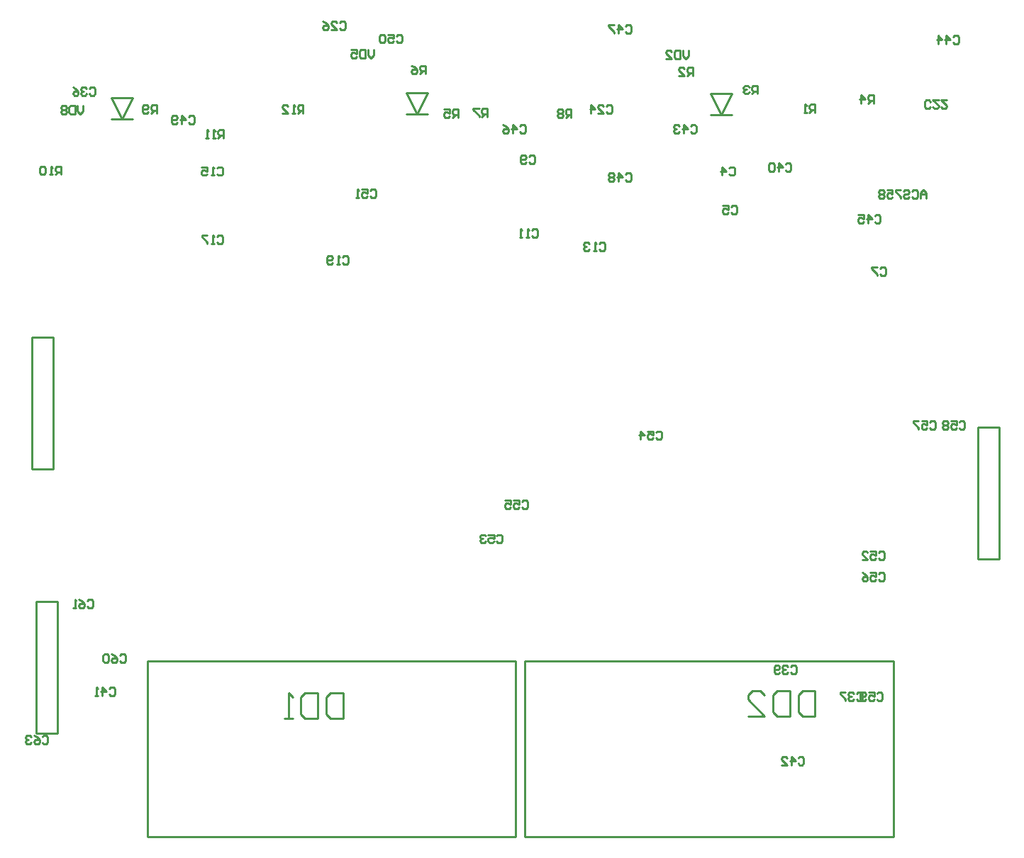
<source format=gbo>
G04 Layer_Color=32896*
%FSLAX23Y23*%
%MOIN*%
G70*
G01*
G75*
%ADD43C,0.010*%
D43*
X3604Y6090D02*
X3654Y6190D01*
X3554D02*
X3654D01*
X3554D02*
X3604Y6090D01*
X3554D02*
X3654D01*
X4990Y6114D02*
X5040Y6214D01*
X4940D02*
X5040D01*
X4940D02*
X4990Y6114D01*
X4940D02*
X5040D01*
X6419Y6110D02*
X6469Y6210D01*
X6369D02*
X6469D01*
X6369D02*
X6419Y6110D01*
X6369D02*
X6469D01*
X5496Y3543D02*
X7229D01*
X5496Y2716D02*
X7229D01*
X5496D02*
Y3543D01*
X7229Y2716D02*
Y3543D01*
X3721D02*
X5454D01*
X3721Y2716D02*
X5454D01*
X3721D02*
Y3543D01*
X5454Y2716D02*
Y3543D01*
X3180Y4445D02*
Y5065D01*
X3280Y4445D02*
Y5065D01*
X3180D02*
X3280D01*
X3180Y4445D02*
X3280D01*
X7625Y4020D02*
Y4640D01*
X7725Y4020D02*
Y4640D01*
X7625D02*
X7725D01*
X7625Y4020D02*
X7725D01*
X3200Y3200D02*
Y3820D01*
Y3200D02*
X3300D01*
X3200Y3820D02*
X3300D01*
Y3200D02*
Y3820D01*
X7538Y4664D02*
X7544Y4670D01*
X7557D01*
X7564Y4664D01*
Y4637D01*
X7557Y4631D01*
X7544D01*
X7538Y4637D01*
X7498Y4670D02*
X7525D01*
Y4651D01*
X7511Y4657D01*
X7505D01*
X7498Y4651D01*
Y4637D01*
X7505Y4631D01*
X7518D01*
X7525Y4637D01*
X7485Y4664D02*
X7479Y4670D01*
X7466D01*
X7459Y4664D01*
Y4657D01*
X7466Y4651D01*
X7459Y4644D01*
Y4637D01*
X7466Y4631D01*
X7479D01*
X7485Y4637D01*
Y4644D01*
X7479Y4651D01*
X7485Y4657D01*
Y4664D01*
X7479Y4651D02*
X7466D01*
X7400Y4664D02*
X7407Y4670D01*
X7420D01*
X7426Y4664D01*
Y4637D01*
X7420Y4631D01*
X7407D01*
X7400Y4637D01*
X7361Y4670D02*
X7387D01*
Y4651D01*
X7374Y4657D01*
X7367D01*
X7361Y4651D01*
Y4637D01*
X7367Y4631D01*
X7380D01*
X7387Y4637D01*
X7347Y4670D02*
X7321D01*
Y4664D01*
X7347Y4637D01*
Y4631D01*
X6721Y5879D02*
X6727Y5886D01*
X6740D01*
X6747Y5879D01*
Y5853D01*
X6740Y5846D01*
X6727D01*
X6721Y5853D01*
X6688Y5846D02*
Y5886D01*
X6708Y5866D01*
X6681D01*
X6668Y5879D02*
X6662Y5886D01*
X6649D01*
X6642Y5879D01*
Y5853D01*
X6649Y5846D01*
X6662D01*
X6668Y5853D01*
Y5879D01*
X3916Y6101D02*
X3922Y6107D01*
X3935D01*
X3942Y6101D01*
Y6074D01*
X3935Y6068D01*
X3922D01*
X3916Y6074D01*
X3883Y6068D02*
Y6107D01*
X3903Y6088D01*
X3876D01*
X3863Y6074D02*
X3857Y6068D01*
X3844D01*
X3837Y6074D01*
Y6101D01*
X3844Y6107D01*
X3857D01*
X3863Y6101D01*
Y6094D01*
X3857Y6088D01*
X3837D01*
X6275Y6059D02*
X6281Y6065D01*
X6294D01*
X6301Y6059D01*
Y6033D01*
X6294Y6026D01*
X6281D01*
X6275Y6033D01*
X6242Y6026D02*
Y6065D01*
X6262Y6046D01*
X6235D01*
X6222Y6059D02*
X6216Y6065D01*
X6203D01*
X6196Y6059D01*
Y6052D01*
X6203Y6046D01*
X6209D01*
X6203D01*
X6196Y6039D01*
Y6033D01*
X6203Y6026D01*
X6216D01*
X6222Y6033D01*
X7141Y5635D02*
X7147Y5641D01*
X7160D01*
X7167Y5635D01*
Y5609D01*
X7160Y5602D01*
X7147D01*
X7141Y5609D01*
X7108Y5602D02*
Y5641D01*
X7128Y5622D01*
X7101D01*
X7062Y5641D02*
X7088D01*
Y5622D01*
X7075Y5628D01*
X7069D01*
X7062Y5622D01*
Y5609D01*
X7069Y5602D01*
X7082D01*
X7088Y5609D01*
X5472Y6059D02*
X5478Y6065D01*
X5491D01*
X5498Y6059D01*
Y6033D01*
X5491Y6026D01*
X5478D01*
X5472Y6033D01*
X5439Y6026D02*
Y6065D01*
X5459Y6046D01*
X5432D01*
X5393Y6065D02*
X5406Y6059D01*
X5419Y6046D01*
Y6033D01*
X5413Y6026D01*
X5400D01*
X5393Y6033D01*
Y6039D01*
X5400Y6046D01*
X5419D01*
X5969Y5832D02*
X5975Y5838D01*
X5988D01*
X5995Y5832D01*
Y5806D01*
X5988Y5799D01*
X5975D01*
X5969Y5806D01*
X5936Y5799D02*
Y5838D01*
X5956Y5819D01*
X5929D01*
X5916Y5832D02*
X5910Y5838D01*
X5897D01*
X5890Y5832D01*
Y5825D01*
X5897Y5819D01*
X5890Y5812D01*
Y5806D01*
X5897Y5799D01*
X5910D01*
X5916Y5806D01*
Y5812D01*
X5910Y5819D01*
X5916Y5825D01*
Y5832D01*
X5910Y5819D02*
X5897D01*
X4769Y5754D02*
X4775Y5760D01*
X4788D01*
X4795Y5754D01*
Y5728D01*
X4788Y5721D01*
X4775D01*
X4769Y5728D01*
X4729Y5760D02*
X4756D01*
Y5741D01*
X4743Y5747D01*
X4736D01*
X4729Y5741D01*
Y5728D01*
X4736Y5721D01*
X4749D01*
X4756Y5728D01*
X4716Y5721D02*
X4703D01*
X4710D01*
Y5760D01*
X4716Y5754D01*
X4892Y6483D02*
X4898Y6489D01*
X4911D01*
X4918Y6483D01*
Y6457D01*
X4911Y6450D01*
X4898D01*
X4892Y6457D01*
X4852Y6489D02*
X4879D01*
Y6470D01*
X4866Y6476D01*
X4859D01*
X4852Y6470D01*
Y6457D01*
X4859Y6450D01*
X4872D01*
X4879Y6457D01*
X4839Y6483D02*
X4833Y6489D01*
X4820D01*
X4813Y6483D01*
Y6457D01*
X4820Y6450D01*
X4833D01*
X4839Y6457D01*
Y6483D01*
X5969Y6529D02*
X5975Y6535D01*
X5988D01*
X5995Y6529D01*
Y6503D01*
X5988Y6496D01*
X5975D01*
X5969Y6503D01*
X5936Y6496D02*
Y6535D01*
X5956Y6516D01*
X5929D01*
X5916Y6535D02*
X5890D01*
Y6529D01*
X5916Y6503D01*
Y6496D01*
X7510Y6479D02*
X7516Y6485D01*
X7529D01*
X7536Y6479D01*
Y6453D01*
X7529Y6446D01*
X7516D01*
X7510Y6453D01*
X7477Y6446D02*
Y6485D01*
X7497Y6466D01*
X7470D01*
X7438Y6446D02*
Y6485D01*
X7457Y6466D01*
X7431D01*
X7057Y3388D02*
X7063Y3394D01*
X7076D01*
X7083Y3388D01*
Y3362D01*
X7076Y3355D01*
X7063D01*
X7057Y3362D01*
X7044Y3388D02*
X7037Y3394D01*
X7024D01*
X7017Y3388D01*
Y3381D01*
X7024Y3375D01*
X7031D01*
X7024D01*
X7017Y3368D01*
Y3362D01*
X7024Y3355D01*
X7037D01*
X7044Y3362D01*
X7004Y3394D02*
X6978D01*
Y3388D01*
X7004Y3362D01*
Y3355D01*
X3450Y6236D02*
X3456Y6242D01*
X3469D01*
X3476Y6236D01*
Y6210D01*
X3469Y6203D01*
X3456D01*
X3450Y6210D01*
X3437Y6236D02*
X3430Y6242D01*
X3417D01*
X3410Y6236D01*
Y6229D01*
X3417Y6223D01*
X3424D01*
X3417D01*
X3410Y6216D01*
Y6210D01*
X3417Y6203D01*
X3430D01*
X3437Y6210D01*
X3371Y6242D02*
X3384Y6236D01*
X3397Y6223D01*
Y6210D01*
X3391Y6203D01*
X3378D01*
X3371Y6210D01*
Y6216D01*
X3378Y6223D01*
X3397D01*
X6747Y3514D02*
X6753Y3520D01*
X6766D01*
X6773Y3514D01*
Y3488D01*
X6766Y3481D01*
X6753D01*
X6747Y3488D01*
X6734Y3514D02*
X6727Y3520D01*
X6714D01*
X6707Y3514D01*
Y3507D01*
X6714Y3501D01*
X6721D01*
X6714D01*
X6707Y3494D01*
Y3488D01*
X6714Y3481D01*
X6727D01*
X6734Y3488D01*
X6694D02*
X6688Y3481D01*
X6675D01*
X6668Y3488D01*
Y3514D01*
X6675Y3520D01*
X6688D01*
X6694Y3514D01*
Y3507D01*
X6688Y3501D01*
X6668D01*
X6781Y3086D02*
X6787Y3092D01*
X6800D01*
X6807Y3086D01*
Y3060D01*
X6800Y3053D01*
X6787D01*
X6781Y3060D01*
X6748Y3053D02*
Y3092D01*
X6768Y3073D01*
X6741D01*
X6702Y3053D02*
X6728D01*
X6702Y3079D01*
Y3086D01*
X6709Y3092D01*
X6722D01*
X6728Y3086D01*
X3543Y3411D02*
X3549Y3417D01*
X3562D01*
X3569Y3411D01*
Y3385D01*
X3562Y3378D01*
X3549D01*
X3543Y3385D01*
X3510Y3378D02*
Y3417D01*
X3530Y3398D01*
X3503D01*
X3490Y3378D02*
X3477D01*
X3484D01*
Y3417D01*
X3490Y3411D01*
X6112Y4617D02*
X6118Y4623D01*
X6131D01*
X6138Y4617D01*
Y4591D01*
X6131Y4584D01*
X6118D01*
X6112Y4591D01*
X6072Y4623D02*
X6099D01*
Y4604D01*
X6086Y4610D01*
X6079D01*
X6072Y4604D01*
Y4591D01*
X6079Y4584D01*
X6092D01*
X6099Y4591D01*
X6040Y4584D02*
Y4623D01*
X6059Y4604D01*
X6033D01*
X5482Y4292D02*
X5488Y4298D01*
X5501D01*
X5508Y4292D01*
Y4266D01*
X5501Y4259D01*
X5488D01*
X5482Y4266D01*
X5442Y4298D02*
X5469D01*
Y4279D01*
X5456Y4285D01*
X5449D01*
X5442Y4279D01*
Y4266D01*
X5449Y4259D01*
X5462D01*
X5469Y4266D01*
X5403Y4298D02*
X5429D01*
Y4279D01*
X5416Y4285D01*
X5410D01*
X5403Y4279D01*
Y4266D01*
X5410Y4259D01*
X5423D01*
X5429Y4266D01*
X7160Y3952D02*
X7166Y3958D01*
X7179D01*
X7186Y3952D01*
Y3926D01*
X7179Y3919D01*
X7166D01*
X7160Y3926D01*
X7120Y3958D02*
X7147D01*
Y3939D01*
X7134Y3945D01*
X7127D01*
X7120Y3939D01*
Y3926D01*
X7127Y3919D01*
X7140D01*
X7147Y3926D01*
X7081Y3958D02*
X7094Y3952D01*
X7107Y3939D01*
Y3926D01*
X7101Y3919D01*
X7088D01*
X7081Y3926D01*
Y3932D01*
X7088Y3939D01*
X7107D01*
X7160Y4051D02*
X7166Y4057D01*
X7179D01*
X7186Y4051D01*
Y4025D01*
X7179Y4018D01*
X7166D01*
X7160Y4025D01*
X7120Y4057D02*
X7147D01*
Y4038D01*
X7134Y4044D01*
X7127D01*
X7120Y4038D01*
Y4025D01*
X7127Y4018D01*
X7140D01*
X7147Y4025D01*
X7081Y4018D02*
X7107D01*
X7081Y4044D01*
Y4051D01*
X7088Y4057D01*
X7101D01*
X7107Y4051D01*
X5364Y4130D02*
X5370Y4136D01*
X5383D01*
X5390Y4130D01*
Y4104D01*
X5383Y4097D01*
X5370D01*
X5364Y4104D01*
X5324Y4136D02*
X5351D01*
Y4117D01*
X5338Y4123D01*
X5331D01*
X5324Y4117D01*
Y4104D01*
X5331Y4097D01*
X5344D01*
X5351Y4104D01*
X5311Y4130D02*
X5305Y4136D01*
X5292D01*
X5285Y4130D01*
Y4123D01*
X5292Y4117D01*
X5298D01*
X5292D01*
X5285Y4110D01*
Y4104D01*
X5292Y4097D01*
X5305D01*
X5311Y4104D01*
X3440Y3824D02*
X3446Y3830D01*
X3459D01*
X3466Y3824D01*
Y3798D01*
X3459Y3791D01*
X3446D01*
X3440Y3798D01*
X3400Y3830D02*
X3414Y3824D01*
X3427Y3811D01*
Y3798D01*
X3420Y3791D01*
X3407D01*
X3400Y3798D01*
Y3804D01*
X3407Y3811D01*
X3427D01*
X3387Y3791D02*
X3374D01*
X3381D01*
Y3830D01*
X3387Y3824D01*
X3593Y3568D02*
X3599Y3574D01*
X3612D01*
X3619Y3568D01*
Y3542D01*
X3612Y3535D01*
X3599D01*
X3593Y3542D01*
X3553Y3574D02*
X3567Y3568D01*
X3580Y3555D01*
Y3542D01*
X3573Y3535D01*
X3560D01*
X3553Y3542D01*
Y3548D01*
X3560Y3555D01*
X3580D01*
X3540Y3568D02*
X3534Y3574D01*
X3521D01*
X3514Y3568D01*
Y3542D01*
X3521Y3535D01*
X3534D01*
X3540Y3542D01*
Y3568D01*
X3228Y3185D02*
X3234Y3191D01*
X3247D01*
X3254Y3185D01*
Y3159D01*
X3247Y3152D01*
X3234D01*
X3228Y3159D01*
X3188Y3191D02*
X3202Y3185D01*
X3215Y3172D01*
Y3159D01*
X3208Y3152D01*
X3195D01*
X3188Y3159D01*
Y3165D01*
X3195Y3172D01*
X3215D01*
X3175Y3185D02*
X3169Y3191D01*
X3156D01*
X3149Y3185D01*
Y3178D01*
X3156Y3172D01*
X3162D01*
X3156D01*
X3149Y3165D01*
Y3159D01*
X3156Y3152D01*
X3169D01*
X3175Y3159D01*
X7151Y3388D02*
X7157Y3394D01*
X7170D01*
X7177Y3388D01*
Y3362D01*
X7170Y3355D01*
X7157D01*
X7151Y3362D01*
X7111Y3394D02*
X7138D01*
Y3375D01*
X7125Y3381D01*
X7118D01*
X7111Y3375D01*
Y3362D01*
X7118Y3355D01*
X7131D01*
X7138Y3362D01*
X7098D02*
X7092Y3355D01*
X7079D01*
X7072Y3362D01*
Y3388D01*
X7079Y3394D01*
X7092D01*
X7098Y3388D01*
Y3381D01*
X7092Y3375D01*
X7072D01*
X7382Y5719D02*
Y5745D01*
X7369Y5758D01*
X7356Y5745D01*
Y5719D01*
Y5738D01*
X7382D01*
X7316Y5751D02*
X7323Y5758D01*
X7336D01*
X7343Y5751D01*
Y5725D01*
X7336Y5719D01*
X7323D01*
X7316Y5725D01*
X7277Y5751D02*
X7283Y5758D01*
X7297D01*
X7303Y5751D01*
Y5745D01*
X7297Y5738D01*
X7283D01*
X7277Y5732D01*
Y5725D01*
X7283Y5719D01*
X7297D01*
X7303Y5725D01*
X7264Y5758D02*
X7238D01*
Y5751D01*
X7264Y5725D01*
Y5719D01*
X7198Y5758D02*
X7224D01*
Y5738D01*
X7211Y5745D01*
X7205D01*
X7198Y5738D01*
Y5725D01*
X7205Y5719D01*
X7218D01*
X7224Y5725D01*
X7185Y5751D02*
X7179Y5758D01*
X7165D01*
X7159Y5751D01*
Y5745D01*
X7165Y5738D01*
X7159Y5732D01*
Y5725D01*
X7165Y5719D01*
X7179D01*
X7185Y5725D01*
Y5732D01*
X7179Y5738D01*
X7185Y5745D01*
Y5751D01*
X7179Y5738D02*
X7165D01*
X5845Y5505D02*
X5851Y5512D01*
X5865D01*
X5871Y5505D01*
Y5479D01*
X5865Y5472D01*
X5851D01*
X5845Y5479D01*
X5832Y5472D02*
X5819D01*
X5825D01*
Y5512D01*
X5832Y5505D01*
X5799D02*
X5792Y5512D01*
X5779D01*
X5773Y5505D01*
Y5499D01*
X5779Y5492D01*
X5786D01*
X5779D01*
X5773Y5486D01*
Y5479D01*
X5779Y5472D01*
X5792D01*
X5799Y5479D01*
X5183Y6099D02*
Y6139D01*
X5163D01*
X5156Y6132D01*
Y6119D01*
X5163Y6112D01*
X5183D01*
X5169D02*
X5156Y6099D01*
X5117Y6139D02*
X5143D01*
Y6119D01*
X5130Y6125D01*
X5124D01*
X5117Y6119D01*
Y6106D01*
X5124Y6099D01*
X5137D01*
X5143Y6106D01*
X4080Y6001D02*
Y6040D01*
X4061D01*
X4054Y6034D01*
Y6021D01*
X4061Y6014D01*
X4080D01*
X4067D02*
X4054Y6001D01*
X4041D02*
X4028D01*
X4034D01*
Y6040D01*
X4041Y6034D01*
X4008Y6001D02*
X3995D01*
X4001D01*
Y6040D01*
X4008Y6034D01*
X5320Y6102D02*
Y6142D01*
X5300D01*
X5294Y6135D01*
Y6122D01*
X5300Y6115D01*
X5320D01*
X5307D02*
X5294Y6102D01*
X5281Y6142D02*
X5254D01*
Y6135D01*
X5281Y6109D01*
Y6102D01*
X6590Y6210D02*
Y6249D01*
X6570D01*
X6564Y6243D01*
Y6230D01*
X6570Y6223D01*
X6590D01*
X6577D02*
X6564Y6210D01*
X6551Y6243D02*
X6544Y6249D01*
X6531D01*
X6524Y6243D01*
Y6236D01*
X6531Y6230D01*
X6538D01*
X6531D01*
X6524Y6223D01*
Y6217D01*
X6531Y6210D01*
X6544D01*
X6551Y6217D01*
X4049Y5860D02*
X4055Y5866D01*
X4068D01*
X4075Y5860D01*
Y5833D01*
X4068Y5827D01*
X4055D01*
X4049Y5833D01*
X4035Y5827D02*
X4022D01*
X4029D01*
Y5866D01*
X4035Y5860D01*
X3976Y5866D02*
X4003D01*
Y5846D01*
X3990Y5853D01*
X3983D01*
X3976Y5846D01*
Y5833D01*
X3983Y5827D01*
X3996D01*
X4003Y5833D01*
X4639Y5441D02*
X4646Y5448D01*
X4659D01*
X4665Y5441D01*
Y5415D01*
X4659Y5408D01*
X4646D01*
X4639Y5415D01*
X4626Y5408D02*
X4613D01*
X4619D01*
Y5448D01*
X4626Y5441D01*
X4593Y5415D02*
X4587Y5408D01*
X4574D01*
X4567Y5415D01*
Y5441D01*
X4574Y5448D01*
X4587D01*
X4593Y5441D01*
Y5435D01*
X4587Y5428D01*
X4567D01*
X4050Y5538D02*
X4057Y5544D01*
X4070D01*
X4076Y5538D01*
Y5511D01*
X4070Y5505D01*
X4057D01*
X4050Y5511D01*
X4037Y5505D02*
X4024D01*
X4030D01*
Y5544D01*
X4037Y5538D01*
X4004Y5544D02*
X3978D01*
Y5538D01*
X4004Y5511D01*
Y5505D01*
X4625Y6545D02*
X4631Y6552D01*
X4645D01*
X4651Y6545D01*
Y6519D01*
X4645Y6513D01*
X4631D01*
X4625Y6519D01*
X4585Y6513D02*
X4612D01*
X4585Y6539D01*
Y6545D01*
X4592Y6552D01*
X4605D01*
X4612Y6545D01*
X4546Y6552D02*
X4559Y6545D01*
X4572Y6532D01*
Y6519D01*
X4566Y6513D01*
X4553D01*
X4546Y6519D01*
Y6526D01*
X4553Y6532D01*
X4572D01*
X5515Y5914D02*
X5522Y5920D01*
X5535D01*
X5541Y5914D01*
Y5887D01*
X5535Y5881D01*
X5522D01*
X5515Y5887D01*
X5502D02*
X5495Y5881D01*
X5482D01*
X5476Y5887D01*
Y5914D01*
X5482Y5920D01*
X5495D01*
X5502Y5914D01*
Y5907D01*
X5495Y5901D01*
X5476D01*
X5530Y5569D02*
X5536Y5576D01*
X5550D01*
X5556Y5569D01*
Y5543D01*
X5550Y5536D01*
X5536D01*
X5530Y5543D01*
X5517Y5536D02*
X5504D01*
X5510D01*
Y5576D01*
X5517Y5569D01*
X5484Y5536D02*
X5471D01*
X5477D01*
Y5576D01*
X5484Y5569D01*
X6465Y5677D02*
X6471Y5684D01*
X6485D01*
X6491Y5677D01*
Y5651D01*
X6485Y5645D01*
X6471D01*
X6465Y5651D01*
X6426Y5684D02*
X6452D01*
Y5664D01*
X6439Y5671D01*
X6432D01*
X6426Y5664D01*
Y5651D01*
X6432Y5645D01*
X6445D01*
X6452Y5651D01*
X6455Y5860D02*
X6462Y5866D01*
X6475D01*
X6481Y5860D01*
Y5833D01*
X6475Y5827D01*
X6462D01*
X6455Y5833D01*
X6422Y5827D02*
Y5866D01*
X6442Y5846D01*
X6416D01*
X7401Y6147D02*
X7395Y6141D01*
X7382D01*
X7375Y6147D01*
Y6173D01*
X7382Y6180D01*
X7395D01*
X7401Y6173D01*
X7441Y6180D02*
X7414D01*
X7441Y6154D01*
Y6147D01*
X7434Y6141D01*
X7421D01*
X7414Y6147D01*
X7480Y6180D02*
X7454D01*
X7480Y6154D01*
Y6147D01*
X7473Y6141D01*
X7460D01*
X7454Y6147D01*
X3420Y6154D02*
Y6128D01*
X3407Y6115D01*
X3394Y6128D01*
Y6154D01*
X3381D02*
Y6115D01*
X3361D01*
X3354Y6122D01*
Y6148D01*
X3361Y6154D01*
X3381D01*
X3341Y6148D02*
X3335Y6154D01*
X3322D01*
X3315Y6148D01*
Y6141D01*
X3322Y6135D01*
X3315Y6128D01*
Y6122D01*
X3322Y6115D01*
X3335D01*
X3341Y6122D01*
Y6128D01*
X3335Y6135D01*
X3341Y6141D01*
Y6148D01*
X3335Y6135D02*
X3322D01*
X3765Y6119D02*
Y6158D01*
X3746D01*
X3739Y6152D01*
Y6139D01*
X3746Y6132D01*
X3765D01*
X3752D02*
X3739Y6119D01*
X3726Y6125D02*
X3719Y6119D01*
X3706D01*
X3700Y6125D01*
Y6152D01*
X3706Y6158D01*
X3719D01*
X3726Y6152D01*
Y6145D01*
X3719Y6139D01*
X3700D01*
X4454Y6119D02*
Y6158D01*
X4435D01*
X4428Y6152D01*
Y6139D01*
X4435Y6132D01*
X4454D01*
X4441D02*
X4428Y6119D01*
X4415D02*
X4402D01*
X4408D01*
Y6158D01*
X4415Y6152D01*
X4356Y6119D02*
X4382D01*
X4356Y6145D01*
Y6152D01*
X4362Y6158D01*
X4375D01*
X4382Y6152D01*
X5714Y6099D02*
Y6139D01*
X5694D01*
X5688Y6132D01*
Y6119D01*
X5694Y6112D01*
X5714D01*
X5701D02*
X5688Y6099D01*
X5675Y6132D02*
X5668Y6139D01*
X5655D01*
X5648Y6132D01*
Y6125D01*
X5655Y6119D01*
X5648Y6112D01*
Y6106D01*
X5655Y6099D01*
X5668D01*
X5675Y6106D01*
Y6112D01*
X5668Y6119D01*
X5675Y6125D01*
Y6132D01*
X5668Y6119D02*
X5655D01*
X5879Y6152D02*
X5886Y6158D01*
X5899D01*
X5906Y6152D01*
Y6125D01*
X5899Y6119D01*
X5886D01*
X5879Y6125D01*
X5840Y6119D02*
X5866D01*
X5840Y6145D01*
Y6152D01*
X5846Y6158D01*
X5860D01*
X5866Y6152D01*
X5807Y6119D02*
Y6158D01*
X5827Y6139D01*
X5801D01*
X5029Y6304D02*
Y6343D01*
X5009D01*
X5003Y6337D01*
Y6324D01*
X5009Y6317D01*
X5029D01*
X5016D02*
X5003Y6304D01*
X4963Y6343D02*
X4977Y6337D01*
X4990Y6324D01*
Y6311D01*
X4983Y6304D01*
X4970D01*
X4963Y6311D01*
Y6317D01*
X4970Y6324D01*
X4990D01*
X6285Y6296D02*
Y6335D01*
X6265D01*
X6259Y6329D01*
Y6316D01*
X6265Y6309D01*
X6285D01*
X6272D02*
X6259Y6296D01*
X6219D02*
X6246D01*
X6219Y6322D01*
Y6329D01*
X6226Y6335D01*
X6239D01*
X6246Y6329D01*
X6860Y6122D02*
Y6161D01*
X6841D01*
X6834Y6155D01*
Y6142D01*
X6841Y6135D01*
X6860D01*
X6847D02*
X6834Y6122D01*
X6821D02*
X6808D01*
X6814D01*
Y6161D01*
X6821Y6155D01*
X7135Y6165D02*
Y6204D01*
X7115D01*
X7109Y6198D01*
Y6185D01*
X7115Y6178D01*
X7135D01*
X7122D02*
X7109Y6165D01*
X7076D02*
Y6204D01*
X7096Y6185D01*
X7069D01*
X6265Y6414D02*
Y6388D01*
X6252Y6375D01*
X6239Y6388D01*
Y6414D01*
X6226D02*
Y6375D01*
X6206D01*
X6200Y6381D01*
Y6408D01*
X6206Y6414D01*
X6226D01*
X6160Y6375D02*
X6187D01*
X6160Y6401D01*
Y6408D01*
X6167Y6414D01*
X6180D01*
X6187Y6408D01*
X6860Y3401D02*
Y3282D01*
X6801D01*
X6782Y3302D01*
Y3381D01*
X6801Y3401D01*
X6860D01*
X6742D02*
Y3282D01*
X6683D01*
X6663Y3302D01*
Y3381D01*
X6683Y3401D01*
X6742D01*
X6545Y3282D02*
X6624D01*
X6545Y3361D01*
Y3381D01*
X6565Y3401D01*
X6604D01*
X6624Y3381D01*
X7166Y5387D02*
X7172Y5394D01*
X7185D01*
X7192Y5387D01*
Y5361D01*
X7185Y5354D01*
X7172D01*
X7166Y5361D01*
X7153Y5394D02*
X7126D01*
Y5387D01*
X7153Y5361D01*
Y5354D01*
X3315Y5830D02*
Y5869D01*
X3295D01*
X3289Y5863D01*
Y5850D01*
X3295Y5843D01*
X3315D01*
X3302D02*
X3289Y5830D01*
X3276D02*
X3263D01*
X3269D01*
Y5869D01*
X3276Y5863D01*
X3243D02*
X3236Y5869D01*
X3223D01*
X3217Y5863D01*
Y5837D01*
X3223Y5830D01*
X3236D01*
X3243Y5837D01*
Y5863D01*
X4785Y6418D02*
Y6392D01*
X4772Y6379D01*
X4759Y6392D01*
Y6418D01*
X4746D02*
Y6379D01*
X4726D01*
X4719Y6385D01*
Y6412D01*
X4726Y6418D01*
X4746D01*
X4680D02*
X4706D01*
Y6398D01*
X4693Y6405D01*
X4687D01*
X4680Y6398D01*
Y6385D01*
X4687Y6379D01*
X4700D01*
X4706Y6385D01*
X4641Y3391D02*
Y3273D01*
X4582D01*
X4562Y3292D01*
Y3371D01*
X4582Y3391D01*
X4641D01*
X4523D02*
Y3273D01*
X4464D01*
X4444Y3292D01*
Y3371D01*
X4464Y3391D01*
X4523D01*
X4405Y3273D02*
X4365D01*
X4385D01*
Y3391D01*
X4405Y3371D01*
M02*

</source>
